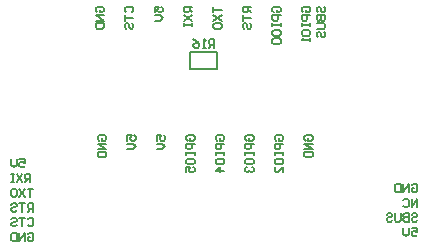
<source format=gbo>
G04*
G04 #@! TF.GenerationSoftware,Altium Limited,Altium Designer,21.6.1 (37)*
G04*
G04 Layer_Color=32896*
%FSLAX44Y44*%
%MOMM*%
G71*
G04*
G04 #@! TF.SameCoordinates,5872C4F4-FB42-489D-B6BF-DE351544A3BA*
G04*
G04*
G04 #@! TF.FilePolarity,Positive*
G04*
G01*
G75*
%ADD12C,0.1700*%
%ADD15C,0.1800*%
D12*
X301750Y336750D02*
Y351250D01*
X279000Y336750D02*
Y351250D01*
X301750D01*
X279000Y336750D02*
X301750D01*
X466385Y238213D02*
X467551Y239380D01*
X469884D01*
X471050Y238213D01*
Y233548D01*
X469884Y232382D01*
X467551D01*
X466385Y233548D01*
Y235881D01*
X468717D01*
X464052Y232382D02*
Y239380D01*
X459387Y232382D01*
Y239380D01*
X457054D02*
Y232382D01*
X453556D01*
X452389Y233548D01*
Y238213D01*
X453556Y239380D01*
X457054D01*
X471050Y219904D02*
Y226902D01*
X466385Y219904D01*
Y226902D01*
X459387Y225736D02*
X460553Y226902D01*
X462886D01*
X464052Y225736D01*
Y221071D01*
X462886Y219904D01*
X460553D01*
X459387Y221071D01*
X466385Y213259D02*
X467551Y214425D01*
X469884D01*
X471050Y213259D01*
Y212092D01*
X469884Y210926D01*
X467551D01*
X466385Y209760D01*
Y208594D01*
X467551Y207427D01*
X469884D01*
X471050Y208594D01*
X464052Y214425D02*
Y207427D01*
X460553D01*
X459387Y208594D01*
Y209760D01*
X460553Y210926D01*
X464052D01*
X460553D01*
X459387Y212092D01*
Y213259D01*
X460553Y214425D01*
X464052D01*
X457054D02*
Y208594D01*
X455888Y207427D01*
X453556D01*
X452389Y208594D01*
Y214425D01*
X445392Y213259D02*
X446558Y214425D01*
X448890D01*
X450057Y213259D01*
Y212092D01*
X448890Y210926D01*
X446558D01*
X445392Y209760D01*
Y208594D01*
X446558Y207427D01*
X448890D01*
X450057Y208594D01*
X466385Y201948D02*
X471050D01*
Y198449D01*
X468717Y199615D01*
X467551D01*
X466385Y198449D01*
Y196116D01*
X467551Y194950D01*
X469884D01*
X471050Y196116D01*
X464052Y201948D02*
Y197283D01*
X461720Y194950D01*
X459387Y197283D01*
Y201948D01*
X202037Y275885D02*
X200871Y277051D01*
Y279384D01*
X202037Y280550D01*
X206702D01*
X207869Y279384D01*
Y277051D01*
X206702Y275885D01*
X204370D01*
Y278218D01*
X207869Y273552D02*
X200871D01*
X207869Y268887D01*
X200871D01*
Y266555D02*
X207869D01*
Y263056D01*
X206702Y261889D01*
X202037D01*
X200871Y263056D01*
Y266555D01*
X225825Y275885D02*
Y280550D01*
X229324D01*
X228158Y278218D01*
Y277051D01*
X229324Y275885D01*
X231657D01*
X232823Y277051D01*
Y279384D01*
X231657Y280550D01*
X225825Y273552D02*
X230491D01*
X232823Y271220D01*
X230491Y268887D01*
X225825D01*
X250780Y275885D02*
Y280550D01*
X254279D01*
X253113Y278218D01*
Y277051D01*
X254279Y275885D01*
X256611D01*
X257778Y277051D01*
Y279384D01*
X256611Y280550D01*
X250780Y273552D02*
X255445D01*
X257778Y271220D01*
X255445Y268887D01*
X250780D01*
X276901Y275885D02*
X275734Y277051D01*
Y279384D01*
X276901Y280550D01*
X281566D01*
X282732Y279384D01*
Y277051D01*
X281566Y275885D01*
X279233D01*
Y278218D01*
X282732Y273552D02*
X275734D01*
Y270054D01*
X276901Y268887D01*
X279233D01*
X280399Y270054D01*
Y273552D01*
X275734Y266555D02*
Y264222D01*
Y265388D01*
X282732D01*
Y266555D01*
Y264222D01*
X275734Y257224D02*
Y259557D01*
X276901Y260723D01*
X281566D01*
X282732Y259557D01*
Y257224D01*
X281566Y256058D01*
X276901D01*
X275734Y257224D01*
Y249060D02*
Y253725D01*
X279233D01*
X278067Y251393D01*
Y250226D01*
X279233Y249060D01*
X281566D01*
X282732Y250226D01*
Y252559D01*
X281566Y253725D01*
X301855Y275885D02*
X300689Y277051D01*
Y279384D01*
X301855Y280550D01*
X306520D01*
X307687Y279384D01*
Y277051D01*
X306520Y275885D01*
X304188D01*
Y278218D01*
X307687Y273552D02*
X300689D01*
Y270054D01*
X301855Y268887D01*
X304188D01*
X305354Y270054D01*
Y273552D01*
X300689Y266555D02*
Y264222D01*
Y265388D01*
X307687D01*
Y266555D01*
Y264222D01*
X300689Y257224D02*
Y259557D01*
X301855Y260723D01*
X306520D01*
X307687Y259557D01*
Y257224D01*
X306520Y256058D01*
X301855D01*
X300689Y257224D01*
X307687Y250226D02*
X300689D01*
X304188Y253725D01*
Y249060D01*
X326810Y275885D02*
X325643Y277051D01*
Y279384D01*
X326810Y280550D01*
X331475D01*
X332641Y279384D01*
Y277051D01*
X331475Y275885D01*
X329142D01*
Y278218D01*
X332641Y273552D02*
X325643D01*
Y270054D01*
X326810Y268887D01*
X329142D01*
X330308Y270054D01*
Y273552D01*
X325643Y266555D02*
Y264222D01*
Y265388D01*
X332641D01*
Y266555D01*
Y264222D01*
X325643Y257224D02*
Y259557D01*
X326810Y260723D01*
X331475D01*
X332641Y259557D01*
Y257224D01*
X331475Y256058D01*
X326810D01*
X325643Y257224D01*
X326810Y253725D02*
X325643Y252559D01*
Y250226D01*
X326810Y249060D01*
X327976D01*
X329142Y250226D01*
Y251393D01*
Y250226D01*
X330308Y249060D01*
X331475D01*
X332641Y250226D01*
Y252559D01*
X331475Y253725D01*
X351764Y275885D02*
X350598Y277051D01*
Y279384D01*
X351764Y280550D01*
X356429D01*
X357596Y279384D01*
Y277051D01*
X356429Y275885D01*
X354097D01*
Y278218D01*
X357596Y273552D02*
X350598D01*
Y270054D01*
X351764Y268887D01*
X354097D01*
X355263Y270054D01*
Y273552D01*
X350598Y266555D02*
Y264222D01*
Y265388D01*
X357596D01*
Y266555D01*
Y264222D01*
X350598Y257224D02*
Y259557D01*
X351764Y260723D01*
X356429D01*
X357596Y259557D01*
Y257224D01*
X356429Y256058D01*
X351764D01*
X350598Y257224D01*
X357596Y249060D02*
Y253725D01*
X352930Y249060D01*
X351764D01*
X350598Y250226D01*
Y252559D01*
X351764Y253725D01*
X376719Y275885D02*
X375552Y277051D01*
Y279384D01*
X376719Y280550D01*
X381384D01*
X382550Y279384D01*
Y277051D01*
X381384Y275885D01*
X379051D01*
Y278218D01*
X382550Y273552D02*
X375552D01*
X382550Y268887D01*
X375552D01*
Y266555D02*
X382550D01*
Y263056D01*
X381384Y261889D01*
X376719D01*
X375552Y263056D01*
Y266555D01*
X134448Y260334D02*
X139113D01*
Y256835D01*
X136780Y258001D01*
X135614D01*
X134448Y256835D01*
Y254503D01*
X135614Y253336D01*
X137947D01*
X139113Y254503D01*
X132115Y260334D02*
Y255669D01*
X129782Y253336D01*
X127450Y255669D01*
Y260334D01*
X143778Y240859D02*
Y247857D01*
X140279D01*
X139113Y246690D01*
Y244358D01*
X140279Y243192D01*
X143778D01*
X141446D02*
X139113Y240859D01*
X136780Y247857D02*
X132115Y240859D01*
Y247857D02*
X136780Y240859D01*
X129782Y247857D02*
X127450D01*
X128616D01*
Y240859D01*
X129782D01*
X127450D01*
X146111Y235379D02*
X141446D01*
X143778D01*
Y228382D01*
X139113Y235379D02*
X134448Y228382D01*
Y235379D02*
X139113Y228382D01*
X128616Y235379D02*
X130949D01*
X132115Y234213D01*
Y229548D01*
X130949Y228382D01*
X128616D01*
X127450Y229548D01*
Y234213D01*
X128616Y235379D01*
X146111Y215904D02*
Y222902D01*
X142612D01*
X141446Y221736D01*
Y219403D01*
X142612Y218237D01*
X146111D01*
X143778D02*
X141446Y215904D01*
X139113Y222902D02*
X134448D01*
X136780D01*
Y215904D01*
X127450Y221736D02*
X128616Y222902D01*
X130949D01*
X132115Y221736D01*
Y220570D01*
X130949Y219403D01*
X128616D01*
X127450Y218237D01*
Y217071D01*
X128616Y215904D01*
X130949D01*
X132115Y217071D01*
X141446Y209259D02*
X142612Y210425D01*
X144944D01*
X146111Y209259D01*
Y204594D01*
X144944Y203427D01*
X142612D01*
X141446Y204594D01*
X139113Y210425D02*
X134448D01*
X136780D01*
Y203427D01*
X127450Y209259D02*
X128616Y210425D01*
X130949D01*
X132115Y209259D01*
Y208092D01*
X130949Y206926D01*
X128616D01*
X127450Y205760D01*
Y204594D01*
X128616Y203427D01*
X130949D01*
X132115Y204594D01*
X141446Y196781D02*
X142612Y197948D01*
X144944D01*
X146111Y196781D01*
Y192116D01*
X144944Y190950D01*
X142612D01*
X141446Y192116D01*
Y194449D01*
X143778D01*
X139113Y190950D02*
Y197948D01*
X134448Y190950D01*
Y197948D01*
X132115D02*
Y190950D01*
X128616D01*
X127450Y192116D01*
Y196781D01*
X128616Y197948D01*
X132115D01*
X200060Y384635D02*
X198894Y385801D01*
Y388134D01*
X200060Y389300D01*
X204725D01*
X205891Y388134D01*
Y385801D01*
X204725Y384635D01*
X202393D01*
Y386968D01*
X205891Y382302D02*
X198894D01*
X205891Y377637D01*
X198894D01*
Y375304D02*
X205891D01*
Y371806D01*
X204725Y370639D01*
X200060D01*
X198894Y371806D01*
Y375304D01*
X225014Y384635D02*
X223848Y385801D01*
Y388134D01*
X225014Y389300D01*
X229680D01*
X230846Y388134D01*
Y385801D01*
X229680Y384635D01*
X223848Y382302D02*
Y377637D01*
Y379970D01*
X230846D01*
X225014Y370639D02*
X223848Y371806D01*
Y374138D01*
X225014Y375304D01*
X226181D01*
X227347Y374138D01*
Y371806D01*
X228513Y370639D01*
X229680D01*
X230846Y371806D01*
Y374138D01*
X229680Y375304D01*
X248803Y384635D02*
Y389300D01*
X252302D01*
X251135Y386968D01*
Y385801D01*
X252302Y384635D01*
X254634D01*
X255800Y385801D01*
Y388134D01*
X254634Y389300D01*
X248803Y382302D02*
X253468D01*
X255800Y379970D01*
X253468Y377637D01*
X248803D01*
X280755Y389300D02*
X273757D01*
Y385801D01*
X274923Y384635D01*
X277256D01*
X278422Y385801D01*
Y389300D01*
Y386968D02*
X280755Y384635D01*
X273757Y382302D02*
X280755Y377637D01*
X273757D02*
X280755Y382302D01*
X273757Y375304D02*
Y372972D01*
Y374138D01*
X280755D01*
Y375304D01*
Y372972D01*
X298712Y389300D02*
Y384635D01*
Y386968D01*
X305709D01*
X298712Y382302D02*
X305709Y377637D01*
X298712D02*
X305709Y382302D01*
X298712Y371806D02*
Y374138D01*
X299878Y375304D01*
X304543D01*
X305709Y374138D01*
Y371806D01*
X304543Y370639D01*
X299878D01*
X298712Y371806D01*
X330664Y389300D02*
X323666D01*
Y385801D01*
X324832Y384635D01*
X327165D01*
X328331Y385801D01*
Y389300D01*
Y386968D02*
X330664Y384635D01*
X323666Y382302D02*
Y377637D01*
Y379970D01*
X330664D01*
X324832Y370639D02*
X323666Y371806D01*
Y374138D01*
X324832Y375304D01*
X325999D01*
X327165Y374138D01*
Y371806D01*
X328331Y370639D01*
X329498D01*
X330664Y371806D01*
Y374138D01*
X329498Y375304D01*
X349787Y384635D02*
X348621Y385801D01*
Y388134D01*
X349787Y389300D01*
X354452D01*
X355618Y388134D01*
Y385801D01*
X354452Y384635D01*
X352119D01*
Y386968D01*
X355618Y382302D02*
X348621D01*
Y378803D01*
X349787Y377637D01*
X352119D01*
X353286Y378803D01*
Y382302D01*
X348621Y375304D02*
Y372972D01*
Y374138D01*
X355618D01*
Y375304D01*
Y372972D01*
X348621Y365974D02*
Y368307D01*
X349787Y369473D01*
X354452D01*
X355618Y368307D01*
Y365974D01*
X354452Y364808D01*
X349787D01*
X348621Y365974D01*
X349787Y362475D02*
X348621Y361309D01*
Y358976D01*
X349787Y357810D01*
X354452D01*
X355618Y358976D01*
Y361309D01*
X354452Y362475D01*
X349787D01*
X374741Y384635D02*
X373575Y385801D01*
Y388134D01*
X374741Y389300D01*
X379407D01*
X380573Y388134D01*
Y385801D01*
X379407Y384635D01*
X377074D01*
Y386968D01*
X380573Y382302D02*
X373575D01*
Y378803D01*
X374741Y377637D01*
X377074D01*
X378240Y378803D01*
Y382302D01*
X373575Y375304D02*
Y372972D01*
Y374138D01*
X380573D01*
Y375304D01*
Y372972D01*
X373575Y365974D02*
Y368307D01*
X374741Y369473D01*
X379407D01*
X380573Y368307D01*
Y365974D01*
X379407Y364808D01*
X374741D01*
X373575Y365974D01*
X380573Y362475D02*
Y360143D01*
Y361309D01*
X373575D01*
X374741Y362475D01*
X387219Y384635D02*
X386052Y385801D01*
Y388134D01*
X387219Y389300D01*
X388385D01*
X389551Y388134D01*
Y385801D01*
X390718Y384635D01*
X391884D01*
X393050Y385801D01*
Y388134D01*
X391884Y389300D01*
X386052Y382302D02*
X393050D01*
Y378803D01*
X391884Y377637D01*
X390718D01*
X389551Y378803D01*
Y382302D01*
Y378803D01*
X388385Y377637D01*
X387219D01*
X386052Y378803D01*
Y382302D01*
Y375304D02*
X391884D01*
X393050Y374138D01*
Y371806D01*
X391884Y370639D01*
X386052D01*
X387219Y363642D02*
X386052Y364808D01*
Y367141D01*
X387219Y368307D01*
X388385D01*
X389551Y367141D01*
Y364808D01*
X390718Y363642D01*
X391884D01*
X393050Y364808D01*
Y367141D01*
X391884Y368307D01*
D15*
X299247Y354751D02*
Y361749D01*
X295748D01*
X294582Y360583D01*
Y358250D01*
X295748Y357084D01*
X299247D01*
X296915D02*
X294582Y354751D01*
X292249D02*
X289917D01*
X291083D01*
Y361749D01*
X292249Y360583D01*
X281753Y361749D02*
X284085Y360583D01*
X286418Y358250D01*
Y355917D01*
X285252Y354751D01*
X282919D01*
X281753Y355917D01*
Y357084D01*
X282919Y358250D01*
X286418D01*
M02*

</source>
